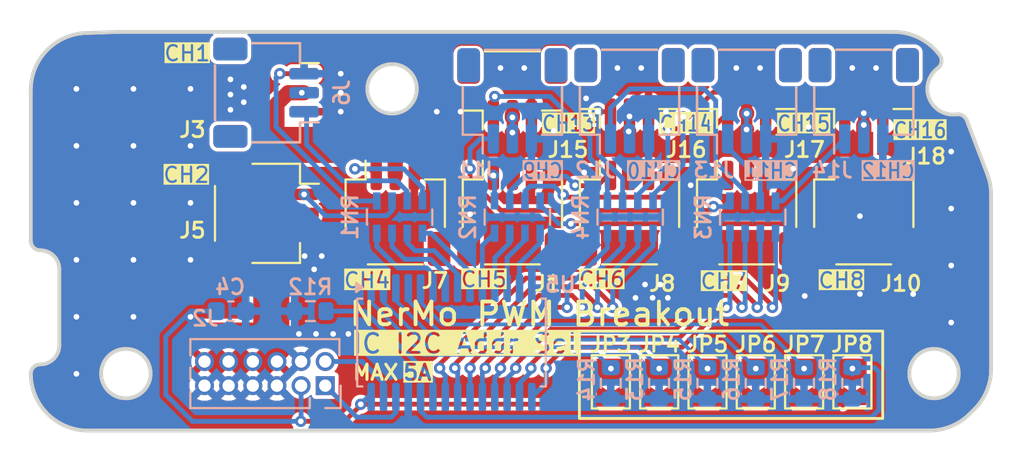
<source format=kicad_pcb>
(kicad_pcb (version 20241229) (generator "pcbnew") (generator_version "9.0")
  (layers (0 "F.Cu" signal) (2 "B.Cu" signal) (13 "F.Paste" user) (15 "B.Paste" user) (5 "F.SilkS" user "F.Silkscreen") (7 "B.SilkS" user "B.Silkscreen") (1 "F.Mask" user) (3 "B.Mask" user) (25 "Edge.Cuts" user))
  (net 0 "")
  (net 1 "GND")
  (net 2 "+3V3")
  (net 3 "+6V")
  (net 5 "Net-(J1-Pin_1)")
  (net 7 "Net-(J3-Pin_1)")
  (net 10 "Net-(J5-Pin_1)")
  (net 14 "Net-(J6-Pin_1)")
  (net 17 "Net-(J7-Pin_1)")
  (net 21 "Net-(J8-Pin_1)")
  (net 24 "Net-(J9-Pin_1)")
  (net 25 "Net-(J10-Pin_1)")
  (net 28 "Net-(J11-Pin_1)")
  (net 32 "Net-(J12-Pin_1)")
  (net 35 "Net-(J13-Pin_1)")
  (net 38 "Net-(J14-Pin_1)")
  (net 42 "Net-(J15-Pin_1)")
  (net 43 "Net-(J16-Pin_1)")
  (net 48 "Net-(J17-Pin_1)")
  (net 50 "Net-(J18-Pin_1)")
  (net 52 "/I2C Expander/A0")
  (net 53 "/I2C Expander/A1")
  (net 54 "/I2C Expander/A2")
  (net 55 "/I2C Expander/A3")
  (net 56 "/I2C Expander/A4")
  (net 57 "/I2C Expander/A5")
  (net 58 "Net-(U5-~{OE})")
  (net 59 "/I2C Expander/PWM2")
  (net 60 "/I2C Expander/PWM1")
  (net 61 "/I2C Expander/PWM3")
  (net 62 "/I2C Expander/PWM0")
  (net 63 "/I2C Expander/PWM5")
  (net 64 "/I2C Expander/PWM4")
  (net 65 "/I2C Expander/PWM6")
  (net 66 "/I2C Expander/PWM7")
  (net 67 "/I2C Expander/PWM9")
  (net 68 "/I2C Expander/PWM8")
  (net 69 "/I2C Expander/PWM11")
  (net 70 "/I2C Expander/PWM10")
  (net 71 "/I2C Expander/PWM14")
  (net 72 "/I2C Expander/PWM15")
  (net 73 "/I2C Expander/PWM12")
  (net 74 "/I2C Expander/PWM13")
  (net 75 "/SCL")
  (net 76 "/SDA")
  (footprint "Jumper:SolderJumper-2_P1.3mm_Open_TrianglePad1.0x1.5mm" (layer "F.Cu") (at 124.206 103.923 -90)
    (property "Reference" "JP8")
    (property "Value" "Addr5")
  )
  (footprint "Connector_JST:JST_SH_BM03B-SRSS-TB_1x03-1MP_P1.00mm_Vertical" (layer "F.Cu") (at 112.4855 88.449929)
    (property "Reference" "J16")
    (property "Value" "PWM 14")
  )
  (footprint "Connector_JST:JST_SH_BM03B-SRSS-TB_1x03-1MP_P1.00mm_Vertical" (layer "F.Cu") (at 124.8045 88.449929)
    (property "Reference" "J18")
    (property "Value" "PWM 16")
  )
  (footprint "Jumper:SolderJumper-2_P1.3mm_Open_TrianglePad1.0x1.5mm" (layer "F.Cu") (at 121.666 103.923 -90)
    (property "Reference" "JP7")
    (property "Value" "Addr4")
  )
  (footprint "Connector_JST:JST_SH_SM03B-SRSS-TB_1x03-1MP_P1.00mm_Horizontal" (layer "F.Cu") (at 93.372 88.703929 -90)
    (property "Reference" "J3")
    (property "Value" "PWM 1")
  )
  (footprint "Connector_JST:JST_SH_SM03B-SRSS-TB_1x03-1MP_P1.00mm_Horizontal" (layer "F.Cu") (at 124.8045 95.053929)
    (property "Reference" "J10")
    (property "Value" "PWM 8")
  )
  (footprint "Jumper:SolderJumper-2_P1.3mm_Open_TrianglePad1.0x1.5mm" (layer "F.Cu") (at 119.126 103.923 -90)
    (property "Reference" "JP6")
    (property "Value" "Addr3")
  )
  (footprint "Jumper:SolderJumper-2_P1.3mm_Open_TrianglePad1.0x1.5mm" (layer "F.Cu") (at 116.586 103.923 -90)
    (property "Reference" "JP5")
    (property "Value" "Addr2")
  )
  (footprint "Connector_JST:JST_SH_SM03B-SRSS-TB_1x03-1MP_P1.00mm_Horizontal" (layer "F.Cu") (at 118.645 95.053929)
    (property "Reference" "J9")
    (property "Value" "PWM 7")
  )
  (footprint "Jumper:SolderJumper-2_P1.3mm_Open_TrianglePad1.0x1.5mm" (layer "F.Cu") (at 111.506 103.923 -90)
    (property "Reference" "JP3")
    (property "Value" "Addr0")
  )
  (footprint "Connector_JST:JST_SH_SM03B-SRSS-TB_1x03-1MP_P1.00mm_Horizontal" (layer "F.Cu") (at 93.372 95.053929 -90)
    (property "Reference" "J5")
    (property "Value" "PWM 2")
  )
  (footprint "Connector_JST:JST_SH_SM03B-SRSS-TB_1x03-1MP_P1.00mm_Horizontal" (layer "F.Cu") (at 100.1665 95.053929)
    (property "Reference" "J7")
    (property "Value" "PWM 4")
  )
  (footprint "Jumper:SolderJumper-2_P1.3mm_Open_TrianglePad1.0x1.5mm" (layer "F.Cu") (at 114.046 103.923 -90)
    (property "Reference" "JP4")
    (property "Value" "Addr1")
  )
  (footprint "Connector_JST:JST_SH_SM03B-SRSS-TB_1x03-1MP_P1.00mm_Horizontal" (layer "F.Cu") (at 112.4855 95.053929)
    (property "Reference" "J8")
    (property "Value" "PWM 6")
  )
  (footprint "Connector_JST:JST_SH_BM03B-SRSS-TB_1x03-1MP_P1.00mm_Vertical" (layer "F.Cu") (at 106.326 88.531929)
    (property "Reference" "J15")
    (property "Value" "PWM 13")
  )
  (footprint "Connector_JST:JST_SH_SM03B-SRSS-TB_1x03-1MP_P1.00mm_Horizontal" (layer "F.Cu") (at 106.326 95.053929)
    (property "Reference" "J1")
    (property "Value" "PWM 5")
  )
  (footprint "Connector_JST:JST_SH_BM03B-SRSS-TB_1x03-1MP_P1.00mm_Vertical" (layer "F.Cu") (at 118.645 88.449929)
    (property "Reference" "J17")
    (property "Value" "PWM 15")
  )
  (footprint "Resistor_SMD:R_Array_Concave_4x0603" (layer "B.Cu") (at 106.586334 95.25 -90)
    (property "Reference" "RN2")
    (property "Value" "220")
  )
  (footprint "Connector_JST:JST_SH_SM03B-SRSS-TB_1x03-1MP_P1.00mm_Horizontal" (layer "B.Cu") (at 118.645 89.129929)
    (property "Reference" "J13")
    (property "Value" "PWM 11")
  )
  (footprint "Resistor_SMD:R_0603_1608Metric" (layer "B.Cu") (at 116.58 104 90)
    (property "Reference" "R15")
    (property "Value" "10k")
  )
  (footprint "Resistor_SMD:R_0603_1608Metric" (layer "B.Cu") (at 121.66 104 90)
    (property "Reference" "R17")
    (property "Value" "10k")
  )
  (footprint "Resistor_SMD:R_Array_Concave_4x0603" (layer "B.Cu") (at 112.522 95.25 -90)
    (property "Reference" "RN4")
    (property "Value" "220")
  )
  (footprint "Connector_JST:JST_SH_SM03B-SRSS-TB_1x03-1MP_P1.00mm_Horizontal" (layer "B.Cu") (at 93.372 88.703929 90)
    (property "Reference" "J6")
    (property "Value" "PWM 3")
  )
  (footprint "Resistor_SMD:R_Array_Concave_4x0603" (layer "B.Cu") (at 118.965667 95.25 -90)
    (property "Reference" "RN3")
    (property "Value" "220")
  )
  (footprint "Connector_JST:JST_SH_SM03B-SRSS-TB_1x03-1MP_P1.00mm_Horizontal" (layer "B.Cu") (at 112.4855 89.129929)
    (property "Reference" "J12")
    (property "Value" "PWM 10")
  )
  (footprint "Resistor_SMD:R_0603_1608Metric" (layer "B.Cu") (at 124.2 104 90)
    (property "Reference" "R18")
    (property "Value" "10k")
  )
  (footprint "Resistor_SMD:R_0603_1608Metric" (layer "B.Cu") (at 114.04 104 90)
    (property "Reference" "R13")
    (property "Value" "10k")
  )
  (footprint "Connector_PinHeader_1.27mm:PinHeader_2x06_P1.27mm_Vertical" (layer "B.Cu") (at 96.485035 104.122859 90)
    (property "Reference" "J2")
    (property "Value" "Conn_02x06_Odd_Even")
  )
  (footprint "Resistor_SMD:R_0603_1608Metric" (layer "B.Cu") (at 95.7 100.2 180)
    (property "Reference" "R12")
    (property "Value" "10k")
  )
  (footprint "Resistor_SMD:R_Array_Concave_4x0603" (layer "B.Cu") (at 100.396667 95.25 -90)
    (property "Reference" "RN1")
    (property "Value" "220")
  )
  (footprint "Connector_JST:JST_SH_SM03B-SRSS-TB_1x03-1MP_P1.00mm_Horizontal" (layer "B.Cu") (at 124.8045 89.129929)
    (property "Reference" "J14")
    (property "Value" "PWM 12")
  )
  (footprint "Package_SO:TSSOP-28_4.4x9.7mm_P0.65mm" (layer "B.Cu") (at 103.124 101.854 -90)
    (property "Reference" "U5")
    (property "Value" "PCA9685PW")
  )
  (footprint "Resistor_SMD:R_0603_1608Metric" (layer "B.Cu") (at 119.12 104 90)
    (property "Reference" "R16")
    (property "Value" "10k")
  )
  (footprint "Connector_JST:JST_SH_SM03B-SRSS-TB_1x03-1MP_P1.00mm_Horizontal" (layer "B.Cu") (at 106.326 89.129929)
    (property "Reference" "J11")
    (property "Value" "PWM 9")
  )
  (footprint "Resistor_SMD:R_0603_1608Metric" (layer "B.Cu") (at 111.5 104 90)
    (property "Reference" "R14")
    (property "Value" "10k")
  )
  (footprint "Capacitor_SMD:C_0603_1608Metric" (layer "B.Cu") (at 91.525 100.2 180)
    (property "Reference" "C4")
    (property "Value" "10uF")
  )
  (gr_rect (start 109.85 101.25) (end 125.8 105.85) (stroke (width 0.15)) (fill no) (layer "F.SilkS"))
  (gr_circle (center 128.5 103.487859) (end 129.8 103.487859) (stroke (width 0.2)) (fill no) (layer "Edge.Cuts"))
  (gr_arc (start 81.5 97) (mid 82.207066 97.292912) (end 82.499925 98.000075) (stroke (width 0.2)) (layer "Edge.Cuts"))
  (gr_line (start 126.38015 85.5) (end 85.609829 85.5) (stroke (width 0.2)) (layer "Edge.Cuts"))
  (gr_circle (center 86.000035 103.487859) (end 87.300035 103.487859) (stroke (width 0.2)) (fill no) (layer "Edge.Cuts"))
  (gr_line (start 84.00005 106.487859) (end 128.272646 106.487859) (stroke (width 0.2)) (layer "Edge.Cuts"))
  (gr_arc (start 126.38015 85.5) (mid 127.733623 85.82262) (end 128.795921 86.721022) (stroke (width 0.2)) (layer "Edge.Cuts"))
  (gr_line (start 131.303412 92.996098) (end 130.219544 90.150947) (stroke (width 0.2)) (layer "Edge.Cuts"))
  (gr_arc (start 129.685107 89.837249) (mid 128.250993 89.012509) (end 128.69242 87.418189) (stroke (width 0.2)) (layer "Edge.Cuts"))
  (gr_line (start 82.499925 98.000075) (end 82.5 98.000075) (stroke (width 0.2)) (layer "Edge.Cuts"))
  (gr_line (start 82.5 98.000075) (end 82.5 101.999875) (stroke (width 0.2)) (layer "Edge.Cuts"))
  (gr_line (start 85.609829 85.5) (end 83.794978 85.562235) (stroke (width 0.2)) (layer "Edge.Cuts"))
  (gr_arc (start 81.000035 103.502428) (mid 81.145608 103.147283) (end 81.500029 103) (stroke (width 0.2)) (layer "Edge.Cuts"))
  (gr_line (start 131.5 103.245175) (end 131.5 94.064275) (stroke (width 0.2)) (layer "Edge.Cuts"))
  (gr_arc (start 131.303412 92.996098) (mid 131.450447 93.521259) (end 131.499984 94.064275) (stroke (width 0.2)) (layer "Edge.Cuts"))
  (gr_arc (start 129.685107 89.837249) (mid 130.008429 89.902303) (end 130.219544 90.150947) (stroke (width 0.2)) (layer "Edge.Cuts"))
  (gr_line (start 131.499984 94.064275) (end 131.5 94.064275) (stroke (width 0.2)) (layer "Edge.Cuts"))
  (gr_arc (start 130.378617 105.609242) (mid 129.40541 106.259504) (end 128.272646 106.487859) (stroke (width 0.2)) (layer "Edge.Cuts"))
  (gr_arc (start 81.5 97) (mid 81.146405 96.853573) (end 81 96.508676) (stroke (width 0.2)) (layer "Edge.Cuts"))
  (gr_arc (start 128.795921 86.721022) (mid 128.887873 87.090926) (end 128.69242 87.418189) (stroke (width 0.2)) (layer "Edge.Cuts"))
  (gr_arc (start 82.5 101.999875) (mid 82.207105 102.707063) (end 81.500029 103) (stroke (width 0.2)) (layer "Edge.Cuts"))
  (gr_line (start 81 88.555175) (end 81 96.508676) (stroke (width 0.2)) (layer "Edge.Cuts"))
  (gr_arc (start 84.00005 106.487859) (mid 81.883875 105.614305) (end 81.000035 103.502428) (stroke (width 0.2)) (layer "Edge.Cuts"))
  (gr_line (start 130.378617 105.609242) (end 130.627267 105.360592) (stroke (width 0.2)) (layer "Edge.Cuts"))
  (gr_arc (start 131.5 103.245175) (mid 131.271627 104.393263) (end 130.627267 105.360592) (stroke (width 0.2)) (layer "Edge.Cuts"))
  (gr_circle (center 100 88.5) (end 101.3 88.5) (stroke (width 0.2)) (fill no) (layer "Edge.Cuts"))
  (gr_arc (start 81 88.555175) (mid 81.807217 86.50783) (end 83.794978 85.562235) (stroke (width 0.2)) (layer "Edge.Cuts"))
  (gr_text "5A" (at 100.5 103.9 0) (layer "F.SilkS" knockout) (effects (font (size 0.8 0.8) (thickness 0.16) (bold yes)) (justify left bottom)))
  (gr_text "MAX" (at 97.85 103.9 0) (layer "F.SilkS") (effects (font (size 0.8 0.8) (thickness 0.16) (bold yes)) (justify left bottom)))
  (gr_text "CH6\n" (at 109.75 99 0) (layer "F.SilkS" knockout) (effects (font (size 0.8 0.8) (thickness 0.12)) (justify left bottom)))
  (gr_text "CH7" (at 116.15 99.1 0) (layer "F.SilkS" knockout) (effects (font (size 0.8 0.8) (thickness 0.12)) (justify left bottom)))
  (gr_text "CH8" (at 122.35 99.05 0) (layer "F.SilkS" knockout) (effects (font (size 0.8 0.8) (thickness 0.12)) (justify left bottom)))
  (gr_text "CH16" (at 126.3 91.15 0) (layer "F.SilkS" knockout) (effects (font (size 0.8 0.7) (thickness 0.12)) (justify left bottom)))
  (gr_text "CH15" (at 120.183334 90.8 0) (layer "F.SilkS" knockout) (effects (font (size 0.8 0.7) (thickness 0.12)) (justify left bottom)))
  (gr_text "IC I2C Addr Sel" (at 97.85 102.5 0) (layer "F.SilkS" knockout) (effects (font (size 1 1) (thickness 0.15) (bold yes)) (justify left bottom)))
  (gr_text "CH2" (at 87.9 93.5 0) (layer "F.SilkS" knockout) (effects (font (size 0.8 0.8) (thickness 0.12)) (justify left bottom)))
  (gr_text "CH13" (at 107.816667 90.8 0) (layer "F.SilkS" knockout) (effects (font (size 0.8 0.7) (thickness 0.12)) (justify left bottom)))
  (gr_text "CH1" (at 87.95 87.1 0) (layer "F.SilkS" knockout) (effects (font (size 0.8 0.8) (thickness 0.12)) (justify left bottom)))
  (gr_text "CH14" (at 114 90.8 0) (layer "F.SilkS" knockout) (effects (font (size 0.8 0.7) (thickness 0.12)) (justify left bottom)))
  (gr_text "CH5" (at 103.55 99 0) (layer "F.SilkS" knockout) (effects (font (size 0.8 0.8) (thickness 0.12)) (justify left bottom)))
  (gr_text "NerMo PWM Breakout" (at 97.65 101.05 0) (layer "F.SilkS") (effects (font (size 1.2 1.25) (thickness 0.2) (bold yes)) (justify left bottom)))
  (gr_text "CH4" (at 97.4 99.05 0) (layer "F.SilkS" knockout) (effects (font (size 0.8 0.8) (thickness 0.12)) (justify left bottom)))
  (gr_text "CH11" (at 121.383333 93.3 0) (layer "B.SilkS" knockout) (effects (font (size 0.8 0.7) (thickness 0.12)) (justify left bottom mirror)))
  (gr_text "CH10" (at 115.216667 93.3 0) (layer "B.SilkS" knockout) (effects (font (size 0.8 0.7) (thickness 0.12)) (justify left bottom mirror)))
  (gr_text "CH12" (at 127.55 93.3 0) (layer "B.SilkS" knockout) (effects (font (size 0.8 0.7) (thickness 0.12)) (justify left bottom mirror)))
  (gr_text "CH9" (at 109.05 93.3 0) (layer "B.SilkS" knockout) (effects (font (size 0.8 0.7) (thickness 0.12)) (justify left bottom mirror)))
  (via (at 114.1 98.8) (size 0.6) (drill 0.3) (layers "F.Cu" "B.Cu") (net 1))
  (via (at 91.5 88.8) (size 0.6) (drill 0.3) (layers "F.Cu" "B.Cu") (net 1))
  (via (at 86.4 91.5) (size 0.6) (drill 0.3) (layers "F.Cu" "B.Cu") (net 1))
  (via (at 115.7 93.573) (size 0.6) (drill 0.3) (layers "F.Cu" "B.Cu") (net 1))
  (via (at 83.4 100.5) (size 0.6) (drill 0.3) (layers "F.Cu" "B.Cu") (net 1))
  (via (at 92.2 88.4) (size 0.6) (drill 0.3) (layers "F.Cu" "B.Cu") (net 1))
  (via (at 89.4 100.5) (size 0.6) (drill 0.3) (layers "F.Cu" "B.Cu") (net 1))
  (via (at 129.4 91.8) (size 0.6) (drill 0.3) (layers "F.Cu" "B.Cu") (net 1))
  (via (at 114.5 99.5) (size 0.6) (drill 0.3) (layers "F.Cu" "B.Cu") (net 1))
  (via (at 92.2 89.2) (size 0.6) (drill 0.3) (layers "F.Cu" "B.Cu") (net 1))
  (via (at 86.4 88.5) (size 0.6) (drill 0.3) (layers "F.Cu" "B.Cu") (net 1))
  (via (at 89.4 91.5) (size 0.6) (drill 0.3) (layers "F.Cu" "B.Cu") (net 1))
  (via (at 124.6 99.3) (size 0.6) (drill 0.3) (layers "F.Cu" "B.Cu") (net 1))
  (via (at 83.4 94.5) (size 0.6) (drill 0.3) (layers "F.Cu" "B.Cu") (net 1))
  (via (at 121.1 92.7) (size 0.6) (drill 0.3) (layers "F.Cu" "B.Cu") (net 1))
  (via (at 114.4 89.7) (size 0.6) (drill 0.3) (layers "F.Cu" "B.Cu") (net 1))
  (via (at 104.1 95.1) (size 0.6) (drill 0.3) (layers "F.Cu" "B.Cu") (net 1))
  (via (at 91.5 89.6) (size 0.6) (drill 0.3) (layers "F.Cu" "B.Cu") (net 1))
  (via (at 102.35 89.7) (size 0.6) (drill 0.3) (layers "F.Cu" "B.Cu") (net 1))
  (via (at 110.1 92.9) (size 0.6) (drill 0.3) (layers "F.Cu" "B.Cu") (net 1))
  (via (at 86.4 94.5) (size 0.6) (drill 0.3) (layers "F.Cu" "B.Cu") (net 1))
  (via (at 105.7 87.4) (size 0.6) (drill 0.3) (layers "F.Cu" "B.Cu") (net 1))
  (via (at 110.2 89) (size 0.6) (drill 0.3) (layers "F.Cu" "B.Cu") (net 1))
  (via (at 95.4 97.3) (size 0.6) (drill 0.3) (layers "F.Cu" "B.Cu") (net 1))
  (via (at 129.4 94.8) (size 0.6) (drill 0.3) (layers "F.Cu" "B.Cu") (net 1))
  (via (at 124.2 87.4) (size 0.6) (drill 0.3) (layers "F.Cu" "B.Cu") (net 1))
  (via (at 106.95 87.4) (size 0.6) (drill 0.3) (layers "F.Cu" "B.Cu") (net 1))
  (via (at 121.9 90.5) (size 0.6) (drill 0.3) (layers "F.Cu" "B.Cu") (net 1))
  (via (at 96.3 97.3) (size 0.6) (drill 0.3) (layers "F.Cu" "B.Cu") (net 1))
  (via (at 113.1 87.4) (size 0.6) (drill 0.3) (layers "F.Cu" "B.Cu") (net 1))
  (via (at 83.4 91.5) (size 0.6) (drill 0.3) (layers "F.Cu" "B.Cu") (net 1))
  (via (at 111.85 87.4) (size 0.6) (drill 0.3) (layers "F.Cu" "B.Cu") (net 1))
  (via (at 95.9 98) (size 0.6) (drill 0.3) (layers "F.Cu" "B.Cu") (net 1))
  (via (at 97.3 87.7) (size 0.6) (drill 0.3) (layers "F.Cu" "B.Cu") (net 1))
  (via (at 95.1 101.4) (size 0.6) (drill 0.3) (layers "F.Cu" "B.Cu") (net 1))
  (via (at 96.9 101.4) (size 0.6) (drill 0.3) (layers "F.Cu" "B.Cu") (net 1))
  (via (at 97.3 89.7) (size 0.6) (drill 0.3) (layers "F.Cu" "B.Cu") (net 1))
  (via (at 129.4 97.8) (size 0.6) (drill 0.3) (layers "F.Cu" "B.Cu") (net 1))
  (via (at 91.5 88) (size 0.6) (drill 0.3) (layers "F.Cu" "B.Cu") (net 1))
  (via (at 125.45 87.4) (size 0.6) (drill 0.3) (layers "F.Cu" "B.Cu") (net 1))
  (via (at 113.3 98.8) (size 0.6) (drill 0.3) (layers "F.Cu" "B.Cu") (net 1))
  (via (at 119.35 87.4) (size 0.6) (drill 0.3) (layers "F.Cu" "B.Cu") (net 1))
  (via (at 89.4 94.5) (size 0.6) (drill 0.3) (layers "F.Cu" "B.Cu") (net 1))
  (via (at 129.4 100.8) (size 0.6) (drill 0.3) (layers "F.Cu" "B.Cu") (net 1))
  (via (at 83.4 103.5) (size 0.6) (drill 0.3) (layers "F.Cu" "B.Cu") (net 1))
  (via (at 97.3 88.7) (size 0.6) (drill 0.3) (layers "F.Cu" "B.Cu") (net 1))
  (via (at 86.4 100.5) (size 0.6) (drill 0.3) (layers "F.Cu" "B.Cu") (net 1))
  (via (at 83.4 88.5) (size 0.6) (drill 0.3) (layers "F.Cu" "B.Cu") (net 1))
  (via (at 121.7 99.4) (size 0.6) (drill 0.3) (layers "F.Cu" "B.Cu") (net 1))
  (via (at 96 101.4) (size 0.6) (drill 0.3) (layers "F.Cu" "B.Cu") (net 1))
  (via (at 97.7 101.4) (size 0.6) (drill 0.3) (layers "F.Cu" "B.Cu") (net 1))
  (via (at 113.7 99.5) (size 0.6) (drill 0.3) (layers "F.Cu" "B.Cu") (net 1))
  (via (at 127.4 99.3) (size 0.6) (drill 0.3) (layers "F.Cu" "B.Cu") (net 1))
  (via (at 118.1 87.4) (size 0.6) (drill 0.3) (layers "F.Cu" "B.Cu") (net 1))
  (via (at 112.8 99.5) (size 0.6) (drill 0.3) (layers "F.Cu" "B.Cu") (net 1))
  (via (at 89.4 97.5) (size 0.6) (drill 0.3) (layers "F.Cu" "B.Cu") (net 1))
  (via (at 108.5 90.7) (size 0.6) (drill 0.3) (layers "F.Cu" "B.Cu") (net 1))
  (via (at 124.6 95.2) (size 0.6) (drill 0.3) (layers "F.Cu" "B.Cu") (net 1))
  (via (at 89.4 88.5) (size 0.6) (drill 0.3) (layers "F.Cu" "B.Cu") (net 1))
  (via (at 86.4 97.5) (size 0.6) (drill 0.3) (layers "F.Cu" "B.Cu") (net 1))
  (via (at 83.4 97.5) (size 0.6) (drill 0.3) (layers "F.Cu" "B.Cu") (net 1))
  (via (at 103.6 89.7) (size 0.6) (drill 0.3) (layers "F.Cu" "B.Cu") (net 1))
  (segment (start 96.706176 106) (end 95.2 106) (width 0.254) (layer "F.Cu") (net 2))
  (segment (start 98.355 105.1) (end 123.754 105.1) (width 0.254) (layer "F.Cu") (net 2))
  (segment (start 98.351944 105.103056) (end 98.3665 105.0885) (width 0.254) (layer "F.Cu") (net 2))
  (segment (start 98.351944 105.103056) (end 98.355 105.1) (width 0.254) (layer "F.Cu") (net 2))
  (segment (start 96.38507 106) (end 96.9 106) (width 0.254) (layer "F.Cu") (net 2))
  (segment (start 98.351944 105.148056) (end 97.5 106) (width 0.254) (layer "F.Cu") (net 2))
  (segment (start 123.698 105.156) (end 124.206 104.648) (width 0.254) (layer "F.Cu") (net 2))
  (segment (start 96.9 106) (end 96.706176 106) (width 0.254) (layer "F.Cu") (net 2))
  (segment (start 98.351944 105.103056) (end 98.351944 105.148056) (width 0.254) (layer "F.Cu") (net 2))
  (segment (start 97.5 106) (end 96.9 106) (width 0.254) (layer "F.Cu") (net 2))
  (segment (start 123.754 105.1) (end 124.206 104.648) (width 0.254) (layer "F.Cu") (net 2))
  (via (at 98.351944 105.103056) (size 0.6) (drill 0.3) (layers "F.Cu" "B.Cu") (net 2))
  (via (at 95.2 106) (size 0.6) (drill 0.3) (layers "F.Cu" "B.Cu") (net 2))
  (segment (start 98.899 104.7165) (end 98.7385 104.7165) (width 0.254) (layer "B.Cu") (net 2))
  (segment (start 98.7385 104.7165) (end 98.351944 105.103056) (width 0.254) (layer "B.Cu") (net 2))
  (segment (start 95.2 106) (end 89.5 106) (width 0.254) (layer "B.Cu") (net 2))
  (segment (start 95.215035 104.122859) (end 95.215035 105.984965) (width 0.254) (layer "B.Cu") (net 2))
  (segment (start 95.215035 105.984965) (end 95.2 106) (width 0.254) (layer "B.Cu") (net 2))
  (segment (start 88.1 101.525) (end 89.425 100.2) (width 0.254) (layer "B.Cu") (net 2))
  (segment (start 89.5 106) (end 88.1 104.6) (width 0.254) (layer "B.Cu") (net 2))
  (segment (start 88.1 104.6) (end 88.1 101.525) (width 0.254) (layer "B.Cu") (net 2))
  (segment (start 89.425 100.2) (end 90.75 100.2) (width 0.254) (layer "B.Cu") (net 2))
  (segment (start 106.326 91.54) (end 106.326 90.8) (width 0.8) (layer "F.Cu") (net 3))
  (segment (start 105.791232 91.677929) (end 111.506 91.677929) (width 0.8) (layer "F.Cu") (net 3))
  (segment (start 100.701268 91.677929) (end 105.791232 91.677929) (width 0.8) (layer "F.Cu") (net 3))
  (segment (start 117.602 91.677929) (end 118.639964 90.639964) (width 0.8) (layer "F.Cu") (net 3))
  (segment (start 93.945035 89.289662) (end 94.530768 88.703929) (width 0.8) (layer "F.Cu") (net 3))
  (segment (start 118.110232 91.677929) (end 118.645 92.212697) (width 0.8) (layer "F.Cu") (net 3))
  (segment (start 94.530768 95.053929) (end 95.372 95.053929) (width 0.8) (layer "F.Cu") (net 3))
  (segment (start 124.8045 91.143161) (end 124.8045 90.4) (width 0.8) (layer "F.Cu") (net 3))
  (segment (start 106.326 90) (end 106.326 89.856929) (width 0.8) (layer "F.Cu") (net 3))
  (segment (start 94.723106 91.677929) (end 99.631732 91.677929) (width 0.8) (layer "F.Cu") (net 3))
  (segment (start 118.645 92.212697) (end 118.645 93.053929) (width 0.8) (layer "F.Cu") (net 3))
  (segment (start 93.945035 92.456) (end 93.945035 89.289662) (width 0.8) (layer "F.Cu") (net 3))
  (segment (start 100.1665 92.212697) (end 100.1665 93.053929) (width 0.8) (layer "F.Cu") (net 3))
  (segment (start 124.8045 92.212697) (end 124.8045 93.053929) (width 0.8) (layer "F.Cu") (net 3))
  (segment (start 117.602 91.677929) (end 118.110232 91.677929) (width 0.8) (layer "F.Cu") (net 3))
  (segment (start 93.945035 102.852859) (end 93.945035 95.639662) (width 0.8) (layer "F.Cu") (net 3))
  (segment (start 118.110232 91.677929) (end 124.269732 91.677929) (width 0.8) (layer "F.Cu") (net 3))
  (segment (start 111.950732 91.677929) (end 117.602 91.677929) (width 0.8) (layer "F.Cu") (net 3))
  (segment (start 93.945035 95.639662) (end 94.530768 95.053929) (width 0.8) (layer "F.Cu") (net 3))
  (segment (start 93.945035 95.639662) (end 93.945035 92.456) (width 0.8) (layer "F.Cu") (net 3))
  (segment (start 90.135035 102.852859) (end 93.945035 102.852859) (width 0.8) (layer "F.Cu") (net 3))
  (segment (start 111.506 91.677929) (end 111.950732 91.677929) (width 0.8) (layer "F.Cu") (net 3))
  (segment (start 95.25 88.703929) (end 95.372 88.703929) (width 0.8) (layer "F.Cu") (net 3))
  (segment (start 106.326 92.212697) (end 106.326 93.053929) (width 0.8) (layer "F.Cu") (net 3))
  (segment (start 111.506 91.677929) (end 112.441964 90.741964) (width 0.8) (layer "F.Cu") (net 3))
  (segment (start 124.269732 91.677929) (end 124.8045 91.143161) (width 0.8) (layer "F.Cu") (net 3))
  (segment (start 94.530768 88.703929) (end 95.25 88.703929) (width 0.8) (layer "F.Cu") (net 3))
  (segment (start 111.950732 91.677929) (end 112.4855 92.212697) (width 0.8) (layer "F.Cu") (net 3))
  (segment (start 112.4855 92.212697) (end 112.4855 93.053929) (width 0.8) (layer "F.Cu") (net 3))
  (segment (start 118.645 89.8) (end 118.645 89.774929) (width 0.8) (layer "F.Cu") (net 3))
  (segment (start 105.989651 91.876349) (end 106.326 92.212697) (width 0.8) (layer "F.Cu") (net 3))
  (segment (start 105.989651 91.876349) (end 106.326 91.54) (width 0.8) (layer "F.Cu") (net 3))
  (segment (start 93.945035 92.456) (end 94.723106 91.677929) (width 0.8) (layer "F.Cu") (net 3))
  (segment (start 124.269732 91.677929) (end 124.8045 92.212697) (width 0.8) (layer "F.Cu") (net 3))
  (segment (start 100.1665 92.212697) (end 100.701268 91.677929) (width 0.8) (layer "F.Cu") (net 3))
  (segment (start 99.631732 91.677929) (end 100.1665 92.212697) (width 0.8) (layer "F.Cu") (net 3))
  (segment (start 105.791232 91.677929) (end 105.989651 91.876349) (width 0.8) (layer "F.Cu") (net 3))
  (segment (start 112.4855 89.95) (end 112.4855 89.774929) (width 0.8) (layer "F.Cu") (net 3))
  (via (at 95.25 88.703929) (size 0.6) (drill 0.3) (layers "F.Cu" "B.Cu") (net 3))
  (via (at 106.326 90) (size 0.6) (drill 0.3) (layers "F.Cu" "B.Cu") (net 3))
  (via (at 106.326 90.8) (size 0.6) (drill 0.3) (layers "F.Cu" "B.Cu") (net 3))
  (via (at 112.4855 89.95) (size 0.6) (drill 0.3) (layers "F.Cu" "B.Cu") (net 3))
  (via (at 124.8045 90.4) (size 0.6) (drill 0.3) (layers "F.Cu" "B.Cu") (net 3))
  (via (at 124.8045 89.774929) (size 0.6) (drill 0.3) (layers "F.Cu" "B.Cu") (net 3))
  (via (at 118.645 89.8) (size 0.6) (drill 0.3) (layers "F.Cu" "B.Cu") (net 3))
  (via (at 118.639964 90.639964) (size 0.6) (drill 0.3) (layers "F.Cu" "B.Cu") (net 3))
  (via (at 112.441964 90.741964) (size 0.6) (drill 0.3) (layers "F.Cu" "B.Cu") (net 3))
  (segment (start 118.639964 90.639964) (end 118.639964 89.805036) (width 0.254) (layer "B.Cu") (net 3))
  (segment (start 112.441964 89.993536) (end 112.4855 89.95) (width 0.254) (layer "B.Cu") (net 3))
  (segment (start 124.8045 90.4) (end 124.8045 89.774929) (width 0.254) (layer "B.Cu") (net 3))
  (segment (start 106.326 90) (end 106.326 90.8) (width 0.254) (layer "B.Cu") (net 3))
  (segment (start 118.639964 89.805036) (end 118.645 89.8) (width 0.254) (layer "B.Cu") (net 3))
  (segment (start 112.441964 90.741964) (end 112.441964 89.993536) (width 0.254) (layer "B.Cu") (net 3))
  (via (at 105.326 93.053929) (size 0.6) (drill 0.3) (layers "F.Cu" "B.Cu") (net 5))
  (segment (start 105.386334 93.114263) (end 105.326 93.053929) (width 0.254) (layer "B.Cu") (net 5))
  (segment (start 105.386334 94.4) (end 105.386334 93.114263) (width 0.254) (layer "B.Cu") (net 5))
  (segment (start 94.097 87.69768) (end 94.09932 87.7) (width 0.254) (layer "F.Cu") (net 7))
  (segment (start 94.09932 87.7) (end 95.368071 87.7) (width 0.254) (layer "F.Cu") (net 7))
  (segment (start 95.368071 87.7) (end 95.372 87.703929) (width 0.254) (layer "F.Cu") (net 7))
  (via (at 94.097 87.69768) (size 0.6) (drill 0.3) (layers "F.Cu" "B.Cu") (net 7))
  (segment (start 97.8 94.4) (end 99.196667 94.4) (width 0.254) (layer "B.Cu") (net 7))
  (segment (start 93.9 90.5) (end 97.8 94.4) (width 0.254) (layer "B.Cu") (net 7))
  (segment (start 94.097 87.69768) (end 93.9 87.89468) (width 0.254) (layer "B.Cu") (net 7))
  (segment (start 93.9 87.89468) (end 93.9 90.5) (width 0.254) (layer "B.Cu") (net 7))
  (via (at 95.372 94.053929) (size 0.6) (drill 0.3) (layers "F.Cu" "B.Cu") (net 10))
  (segment (start 99.996667 94.4) (end 99.996667 94.906) (width 0.254) (layer "B.Cu") (net 10))
  (segment (start 96.496071 95.178) (end 95.372 94.053929) (width 0.254) (layer "B.Cu") (net 10))
  (segment (start 99.996667 94.906) (end 99.724667 95.178) (width 0.254) (layer "B.Cu") (net 10))
  (segment (start 99.724667 95.178) (end 96.496071 95.178) (width 0.254) (layer "B.Cu") (net 10))
  (segment (start 100.796667 94.4) (end 100.796667 93.894) (width 0.254) (layer "B.Cu") (net 14))
  (segment (start 95.504 91.44) (end 95.504 89.835929) (width 0.254) (layer "B.Cu") (net 14))
  (segment (start 100.240667 93.338) (end 97.402 93.338) (width 0.254) (layer "B.Cu") (net 14))
  (segment (start 100.796667 93.894) (end 100.240667 93.338) (width 0.254) (layer "B.Cu") (net 14))
  (segment (start 95.504 89.835929) (end 95.372 89.703929) (width 0.254) (layer "B.Cu") (net 14))
  (segment (start 97.402 93.338) (end 95.504 91.44) (width 0.254) (layer "B.Cu") (net 14))
  (segment (start 98.044 92.71) (end 98.822571 92.71) (width 0.254) (layer "F.Cu") (net 17))
  (segment (start 98.822571 92.71) (end 99.1665 93.053929) (width 0.254) (layer "F.Cu") (net 17))
  (via (at 98.044 92.71) (size 0.6) (drill 0.3) (layers "F.Cu" "B.Cu") (net 17))
  (segment (start 101.596667 93.696) (end 101.596667 94.4) (width 0.254) (layer "B.Cu") (net 17))
  (segment (start 98.044 92.71) (end 100.610667 92.71) (width 0.254) (layer "B.Cu") (net 17))
  (segment (start 100.610667 92.71) (end 101.596667 93.696) (width 0.254) (layer "B.Cu") (net 17))
  (segment (start 109.65 93.6) (end 110.8 93.6) (width 0.254) (layer "F.Cu") (net 21))
  (segment (start 109.623 93.573) (end 109.65 93.6) (width 0.254) (layer "F.Cu") (net 21))
  (segment (start 111.346071 93.053929) (end 111.4855 93.053929) (width 0.254) (layer "F.Cu") (net 21))
  (segment (start 110.8 93.6) (end 111.346071 93.053929) (width 0.254) (layer "F.Cu") (net 21))
  (via (at 109.623 93.573) (size 0.6) (drill 0.3) (layers "F.Cu" "B.Cu") (net 21))
  (segment (start 106.186334 93.894) (end 106.186334 94.4) (width 0.254) (layer "B.Cu") (net 21))
  (segment (start 109.15 93.1) (end 106.980334 93.1) (width 0.254) (layer "B.Cu") (net 21))
  (segment (start 106.980334 93.1) (end 106.186334 93.894) (width 0.254) (layer "B.Cu") (net 21))
  (segment (start 109.623 93.573) (end 109.15 93.1) (width 0.254) (layer "B.Cu") (net 21))
  (segment (start 108.998501 94.073) (end 109.125501 94.2) (width 0.254) (layer "F.Cu") (net 24))
  (segment (start 116.498929 94.2) (end 117.645 93.053929) (width 0.254) (layer "F.Cu") (net 24))
  (segment (start 109.125501 94.2) (end 116.498929 94.2) (width 0.254) (layer "F.Cu") (net 24))
  (via (at 108.998501 94.073) (size 0.6) (drill 0.3) (layers "F.Cu" "B.Cu") (net 24))
  (segment (start 107.258334 93.622) (end 106.986334 93.894) (width 0.254) (layer "B.Cu") (net 24))
  (segment (start 108.998501 94.073) (end 108.973 94.073) (width 0.254) (layer "B.Cu") (net 24))
  (segment (start 108.522 93.622) (end 107.258334 93.622) (width 0.254) (layer "B.Cu") (net 24))
  (segment (start 108.973 94.073) (end 108.522 93.622) (width 0.254) (layer "B.Cu") (net 24))
  (segment (start 106.986334 93.894) (end 106.986334 94.4) (width 0.254) (layer "B.Cu") (net 24))
  (segment (start 109.4 95.6) (end 121.258429 95.6) (width 0.254) (layer "F.Cu") (net 25))
  (segment (start 121.258429 95.6) (end 123.8045 93.053929) (width 0.254) (layer "F.Cu") (net 25))
  (via (at 109.4 95.6) (size 0.6) (drill 0.3) (layers "F.Cu" "B.Cu") (net 25))
  (segment (start 109.4 95.6) (end 108.770167 95.6) (width 0.254) (layer "B.Cu") (net 25))
  (segment (start 108.770167 95.6) (end 107.786334 94.616167) (width 0.254) (layer "B.Cu") (net 25))
  (segment (start 107.786334 94.616167) (end 107.786334 94.4) (width 0.254) (layer "B.Cu") (net 25))
  (segment (start 116.7 94.9) (end 105.716921 94.9) (width 0.254) (layer "F.Cu") (net 28))
  (segment (start 104.1 93.283079) (end 104.1 92.7) (width 0.254) (layer "F.Cu") (net 28))
  (segment (start 105.716921 94.9) (end 104.1 93.283079) (width 0.254) (layer "F.Cu") (net 28))
  (segment (start 116.9 94.7) (end 116.7 94.9) (width 0.254) (layer "F.Cu") (net 28))
  (via (at 104.1 92.7) (size 0.6) (drill 0.3) (layers "F.Cu" "B.Cu") (net 28))
  (via (at 116.9 94.7) (size 0.6) (drill 0.3) (layers "F.Cu" "B.Cu") (net 28))
  (segment (start 117.465667 94.7) (end 117.765667 94.4) (width 0.254) (layer "B.Cu") (net 28))
  (segment (start 116.9 94.7) (end 117.465667 94.7) (width 0.254) (layer "B.Cu") (net 28))
  (segment (start 104.1 91.659858) (end 104.629929 91.129929) (width 0.254) (layer "B.Cu") (net 28))
  (segment (start 104.1 92.7) (end 104.1 91.659858) (width 0.254) (layer "B.Cu") (net 28))
  (segment (start 104.629929 91.129929) (end 105.326 91.129929) (width 0.254) (layer "B.Cu") (net 28))
  (segment (start 118.565667 93.894) (end 118.565667 94.4) (width 0.254) (layer "B.Cu") (net 32))
  (segment (start 117.017 89.117) (end 117.017 92.345333) (width 0.254) (layer "B.Cu") (net 32))
  (segment (start 111.4855 91.129929) (end 111.4855 89.5145) (width 0.254) (layer "B.Cu") (net 32))
  (segment (start 112.5 88.5) (end 116.4 88.5) (width 0.254) (layer "B.Cu") (net 32))
  (segment (start 111.4855 89.5145) (end 112.5 88.5) (width 0.254) (layer "B.Cu") (net 32))
  (segment (start 116.4 88.5) (end 117.017 89.117) (width 0.254) (layer "B.Cu") (net 32))
  (segment (start 117.017 92.345333) (end 118.565667 93.894) (width 0.254) (layer "B.Cu") (net 32))
  (segment (start 119.365667 94.4) (end 119.365667 93.305746) (width 0.254) (layer "B.Cu") (net 35))
  (segment (start 117.645 91.585079) (end 117.645 91.129929) (width 0.254) (layer "B.Cu") (net 35))
  (segment (start 119.365667 93.305746) (end 117.645 91.585079) (width 0.254) (layer "B.Cu") (net 35))
  (segment (start 120.534429 94.4) (end 123.8045 91.129929) (width 0.254) (layer "B.Cu") (net 38))
  (segment (start 120.165667 94.4) (end 120.534429 94.4) (width 0.254) (layer "B.Cu") (net 38))
  (segment (start 105.4 88.9) (end 105.4 89.782929) (width 0.254) (layer "F.Cu") (net 42))
  (segment (start 105.4 89.782929) (end 105.326 89.856929) (width 0.254) (layer "F.Cu") (net 42))
  (via (at 105.4 88.9) (size 0.6) (drill 0.3) (layers "F.Cu" "B.Cu") (net 42))
  (segment (start 110.4025 92.145547) (end 111.322 93.065047) (width 0.254) (layer "B.Cu") (net 42))
  (segment (start 110.4025 91.0025) (end 110.4025 92.145547) (width 0.254) (layer "B.Cu") (net 42))
  (segment (start 108.3 88.9) (end 110.4025 91.0025) (width 0.254) (layer "B.Cu") (net 42))
  (segment (start 111.322 93.065047) (end 111.322 94.4) (width 0.254) (layer "B.Cu") (net 42))
  (segment (start 105.4 88.9) (end 108.3 88.9) (width 0.254) (layer "B.Cu") (net 42))
  (segment (start 111.410571 89.7) (end 111.4855 89.774929) (width 0.254) (layer "F.Cu") (net 43))
  (segment (start 110.8 89.7) (end 111.410571 89.7) (width 0.254) (layer "F.Cu") (net 43))
  (via (at 110.8 89.7) (size 0.6) (drill 0.3) (layers "F.Cu" "B.Cu") (net 43))
  (segment (start 110.8 89.7) (end 110.8575 89.7575) (width 0.254) (layer "B.Cu") (net 43))
  (segment (start 112.122 93.221579) (end 112.122 94.4) (width 0.254) (layer "B.Cu") (net 43))
  (segment (start 110.8575 89.7575) (end 110.8575 91.957079) (width 0.254) (layer "B.Cu") (net 43))
  (segment (start 110.8575 91.957079) (end 112.122 93.221579) (width 0.254) (layer "B.Cu") (net 43))
  (segment (start 116.819929 90.6) (end 117.645 89.774929) (width 0.254) (layer "F.Cu") (net 48))
  (segment (start 114.6 90.6) (end 116.819929 90.6) (width 0.254) (layer "F.Cu") (net 48))
  (segment (start 114.5 90.7) (end 114.6 90.6) (width 0.254) (layer "F.Cu") (net 48))
  (via (at 114.5 90.7) (size 0.6) (drill 0.3) (layers "F.Cu" "B.Cu") (net 48))
  (segment (start 112.922 94.078) (end 112.922 94.4) (width 0.254) (layer "B.Cu") (net 48))
  (segment (start 114.5 90.7) (end 114.5 92.5) (width 0.254) (layer "B.Cu") (net 48))
  (segment (start 114.5 92.5) (end 112.922 94.078) (width 0.254) (layer "B.Cu") (net 48))
  (segment (start 115.307724 89.973) (end 115.6 89.973) (width 0.254) (layer "F.Cu") (net 50))
  (segment (start 116.901071 88.671929) (end 122.7015 88.671929) (width 0.254) (layer "F.Cu") (net 50))
  (segment (start 122.7015 88.671929) (end 123.8045 89.774929) (width 0.254) (layer "F.Cu") (net 50))
  (segment (start 115.6 89.973) (end 116.901071 88.671929) (width 0.254) (layer "F.Cu") (net 50))
  (via (at 115.307724 89.973) (size 0.6) (drill 0.3) (layers "F.Cu" "B.Cu") (net 50))
  (segment (start 115.3 89.980724) (end 115.3 92.5) (width 0.254) (layer "B.Cu") (net 50))
  (segment (start 113.722 94.078) (end 113.722 94.4) (width 0.254) (layer "B.Cu") (net 50))
  (segment (start 115.307724 89.973) (end 115.3 89.980724) (width 0.254) (layer "B.Cu") (net 50))
  (segment (start 115.3 92.5) (end 113.722 94.078) (width 0.254) (layer "B.Cu") (net 50))
  (via (at 111.506 103.224) (size 0.6) (drill 0.3) (layers "F.Cu" "B.Cu") (net 52))
  (segment (start 110.825 102.5) (end 101.670001 102.5) (width 0.2) (layer "B.Cu") (net 52))
  (segment (start 111.5 103.175) (end 110.825 102.5) (width 0.2) (layer "B.Cu") (net 52))
  (segment (start 98.899 99.728999) (end 98.899 98.9915) (width 0.2) (layer "B.Cu") (net 52))
  (segment (start 101.670001 102.5) (end 98.899 99.728999) (width 0.2) (layer "B.Cu") (net 52))
  (via (at 114.046 103.224) (size 0.6) (drill 0.3) (layers "F.Cu" "B.Cu") (net 53))
  (segment (start 99.549 99.728999) (end 101.920001 102.1) (width 0.2) (layer "B.Cu") (net 53))
  (segment (start 101.920001 102.1) (end 112.965 102.1) (width 0.2) (layer "B.Cu") (net 53))
  (segment (start 112.965 102.1) (end 114.04 103.175) (width 0.2) (layer "B.Cu") (net 53))
  (segment (start 99.549 98.9915) (end 99.549 99.728999) (width 0.2) (layer "B.Cu") (net 53))
  (via (at 116.586 103.224) (size 0.6) (drill 0.3) (layers "F.Cu" "B.Cu") (net 54))
  (segment (start 100.199 99.64887) (end 100.199 98.9915) (width 0.2) (layer "B.Cu") (net 54))
  (segment (start 115.105 101.7) (end 102.25013 101.7) (width 0.2) (layer "B.Cu") (net 54))
  (segment (start 116.58 103.175) (end 115.105 101.7) (width 0.2) (layer "B.Cu") (net 54))
  (segment (start 102.25013 101.7) (end 100.199 99.64887) (width 0.2) (layer "B.Cu") (net 54))
  (via (at 119.126 103.224) (size 0.6) (drill 0.3) (layers "F.Cu" "B.Cu") (net 55))
  (segment (start 102.50013 101.3) (end 100.849 99.64887) (width 0.2) (layer "B.Cu") (net 55))
  (segment (start 119.126 103.224) (end 117.202 101.3) (width 0.2) (layer "B.Cu") (net 55))
  (segment (start 117.202 101.3) (end 102.50013 101.3) (width 0.2) (layer "B.Cu") (net 55))
  (segment (start 100.849 99.64887) (end 100.849 98.9915) (width 0.2) (layer "B.Cu") (net 55))
  (via (at 121.666 103.224) (size 0.6) (drill 0.3) (layers "F.Cu" "B.Cu") (net 56))
  (segment (start 119.385 100.9) (end 102.66723 100.9) (width 0.2) (layer "B.Cu") (net 56))
  (segment (start 101.499 99.73177) (end 101.499 98.9915) (width 0.2) (layer "B.Cu") (net 56))
  (segment (start 121.66 103.175) (end 119.385 100.9) (width 0.2) (layer "B.Cu") (net 56))
  (segment (start 102.66723 100.9) (end 101.499 99.73177) (width 0.2) (layer "B.Cu") (net 56))
  (via (at 124.206 103.224) (size 0.6) (drill 0.3) (layers "F.Cu" "B.Cu") (net 57))
  (segment (start 125.375 103.175) (end 125.6 103.4) (width 0.254) (layer "B.Cu") (net 57))
  (segment (start 125.6 103.4) (end 125.6 105.4) (width 0.254) (layer "B.Cu") (net 57))
  (segment (start 124.2 103.175) (end 125.375 103.175) (width 0.254) (layer "B.Cu") (net 57))
  (segment (start 124.2 103.512246) (end 124.2 103.175) (width 0.254) (layer "B.Cu") (net 57))
  (segment (start 101.499 105.453999) (end 101.499 104.7165) (width 0.254) (layer "B.Cu") (net 57))
  (segment (start 125.6 105.4) (end 125.218 105.782) (width 0.254) (layer "B.Cu") (net 57))
  (segment (start 101.827001 105.782) (end 101.499 105.453999) (width 0.254) (layer "B.Cu") (net 57))
  (segment (start 125.218 105.782) (end 101.827001 105.782) (width 0.254) (layer "B.Cu") (net 57))
  (segment (start 102.149 103.792467) (end 98.556533 100.2) (width 0.254) (layer "B.Cu") (net 58))
  (segment (start 102.149 104.7165) (end 102.149 103.792467) (width 0.254) (layer "B.Cu") (net 58))
  (segment (start 98.556533 100.2) (end 96.525 100.2) (width 0.254) (layer "B.Cu") (net 58))
  (segment (start 103.449 98.254001) (end 103.449 98.9915) (width 0.254) (layer "B.Cu") (net 59))
  (segment (start 100.796667 96.606) (end 101.206667 97.016) (width 0.254) (layer "B.Cu") (net 59))
  (segment (start 101.206667 97.016) (end 102.210999 97.016) (width 0.254) (layer "B.Cu") (net 59))
  (segment (start 102.210999 97.016) (end 103.449 98.254001) (width 0.254) (layer "B.Cu") (net 59))
  (segment (start 100.796667 96.1) (end 100.796667 96.606) (width 0.254) (layer "B.Cu") (net 59))
  (segment (start 99.996667 96.1) (end 99.996667 96.804) (width 0.254) (layer "B.Cu") (net 60))
  (segment (start 102.799 98.254001) (end 102.799 98.9915) (width 0.254) (layer "B.Cu") (net 60))
  (segment (start 100.663667 97.471) (end 102.015999 97.471) (width 0.254) (layer "B.Cu") (net 60))
  (segment (start 99.996667 96.804) (end 100.663667 97.471) (width 0.254) (layer "B.Cu") (net 60))
  (segment (start 102.015999 97.471) (end 102.799 98.254001) (width 0.254) (layer "B.Cu") (net 60))
  (segment (start 104.099 98.148333) (end 104.099 98.9915) (width 0.254) (layer "B.Cu") (net 61))
  (segment (start 102.050667 96.1) (end 104.099 98.148333) (width 0.254) (layer "B.Cu") (net 61))
  (segment (start 101.596667 96.1) (end 102.050667 96.1) (width 0.254) (layer "B.Cu") (net 61))
  (segment (start 99.196667 96.1) (end 99.196667 96.804) (width 0.254) (layer "B.Cu") (net 62))
  (segment (start 101.820999 97.926) (end 102.149 98.254001) (width 0.254) (layer "B.Cu") (net 62))
  (segment (start 99.196667 96.804) (end 100.318667 97.926) (width 0.254) (layer "B.Cu") (net 62))
  (segment (start 100.318667 97.926) (end 101.820999 97.926) (width 0.254) (layer "B.Cu") (net 62))
  (segment (start 102.149 98.254001) (end 102.149 98.9915) (width 0.254) (layer "B.Cu") (net 62))
  (segment (start 105.399 98.9915) (end 105.399 97.393334) (width 0.254) (layer "B.Cu") (net 63))
  (segment (start 105.399 97.393334) (end 106.186334 96.606) (width 0.254) (layer "B.Cu") (net 63))
  (segment (start 106.186334 96.606) (end 106.186334 96.1) (width 0.254) (layer "B.Cu") (net 63))
  (segment (start 104.749 96.737334) (end 105.386334 96.1) (width 0.254) (layer "B.Cu") (net 64))
  (segment (start 104.749 98.9915) (end 104.749 96.737334) (width 0.254) (layer "B.Cu") (net 64))
  (segment (start 106.986334 96.449468) (end 106.986334 96.1) (width 0.254) (layer "B.Cu") (net 65))
  (segment (start 106.049 97.386802) (end 106.986334 96.449468) (width 0.254) (layer "B.Cu") (net 65))
  (segment (start 106.049 98.9915) (end 106.049 97.386802) (width 0.254) (layer "B.Cu") (net 65))
  (segment (start 107.786334 96.606) (end 107.786334 96.1) (width 0.254) (layer "B.Cu") (net 66))
  (segment (start 106.699 98.9915) (end 106.699 97.693334) (width 0.254) (layer "B.Cu") (net 66))
  (segment (start 106.699 97.693334) (end 107.786334 96.606) (width 0.254) (layer "B.Cu") (net 66))
  (segment (start 107.2 103.1) (end 108.69 101.61) (width 0.254) (layer "F.Cu") (net 67))
  (segment (start 117.339867 99.372) (end 117.860121 99.372) (width 0.254) (layer "F.Cu") (net 67))
  (segment (start 118.399994 99.911873) (end 118.399994 100) (width 0.254) (layer "F.Cu") (net 67))
  (segment (start 107.2 103.311873) (end 107.2 103.1) (width 0.254) (layer "F.Cu") (net 67))
  (segment (start 108.69 101.61) (end 115.101867 101.61) (width 0.254) (layer "F.Cu") (net 67))
  (segment (start 117.860121 99.372) (end 118.399994 99.911873) (width 0.254) (layer "F.Cu") (net 67))
  (segment (start 115.101867 101.61) (end 117.339867 99.372) (width 0.254) (layer "F.Cu") (net 67))
  (via (at 118.399994 100) (size 0.6) (drill 0.3) (layers "F.Cu" "B.Cu") (net 67))
  (via (at 107.3 103.2) (size 0.6) (drill 0.3) (layers "F.Cu" "B.Cu") (net 67))
  (segment (start 118.565667 99.834327) (end 118.565667 96.1) (width 0.254) (layer "B.Cu") (net 67))
  (segment (start 106.699 104.7165) (end 106.699 104.001) (width 0.254) (layer "B.Cu") (net 67))
  (segment (start 107.3 103.4) (end 107.3 103.2) (width 0.254) (layer "B.Cu") (net 67))
  (segment (start 106.699 104.001) (end 107.3 103.4) (width 0.254) (layer "B.Cu") (net 67))
  (segment (start 118.399994 100) (end 118.565667 99.834327) (width 0.254) (layer "B.Cu") (net 67))
  (segment (start 108 103.2) (end 109.1 102.1) (width 0.254) (layer "F.Cu") (net 68))
  (segment (start 115.255335 102.1) (end 117.355335 100) (width 0.254) (layer "F.Cu") (net 68))
  (segment (start 108 103.3) (end 108 103.2) (width 0.254) (layer "F.Cu") (net 68))
  (segment (start 109.1 102.1) (end 115.255335 102.1) (width 0.254) (layer "F.Cu") (net 68))
  (segment (start 117.355335 100) (end 117.599994 100) (width 0.254) (layer "F.Cu") (net 68))
  (via (at 108.1 103.2) (size 0.6) (drill 0.3) (layers "F.Cu" "B.Cu") (net 68))
  (via (at 117.599994 100) (size 0.6) (drill 0.3) (layers "F.Cu" "B.Cu") (net 68))
  (segment (start 117.765667 99.834327) (end 117.765667 96.1) (width 0.254) (layer "B.Cu") (net 68))
  (segment (start 107.349 104.7165) (end 108.1 103.9655) (width 0.254) (layer "B.Cu") (net 68))
  (segment (start 108.1 103.9655) (end 108.1 103.2) (width 0.254) (layer "B.Cu") (net 68))
  (segment (start 117.599994 100) (end 117.765667 99.834327) (width 0.254) (layer "B.Cu") (net 68))
  (segment (start 118.550124 98.462) (end 120 99.911876) (width 0.254) (layer "F.Cu") (net 69))
  (segment (start 105.6 103.311873) (end 105.6 103.1) (width 0.254) (layer "F.Cu") (net 69))
  (segment (start 116.962933 98.462) (end 118.550124 98.462) (width 0.254) (layer "F.Cu") (net 69))
  (segment (start 120 99.911876) (end 120 100) (width 0.254) (layer "F.Cu") (net 69))
  (segment (start 108 100.7) (end 114.724933 100.7) (width 0.254) (layer "F.Cu") (net 69))
  (segment (start 105.6 103.1) (end 108 100.7) (width 0.254) (layer "F.Cu") (net 69))
  (segment (start 114.724933 100.7) (end 116.962933 98.462) (width 0.254) (layer "F.Cu") (net 69))
  (via (at 105.7 103.2) (size 0.6) (drill 0.3) (layers "F.Cu" "B.Cu") (net 69))
  (via (at 120 100) (size 0.6) (drill 0.3) (layers "F.Cu" "B.Cu") (net 69))
  (segment (start 105.7 103.4) (end 105.7 103.2) (width 0.254) (layer "B.Cu") (net 69))
  (segment (start 105.399 104.7165) (end 105.399 103.701) (width 0.254) (layer "B.Cu") (net 69))
  (segment (start 105.399 103.701) (end 105.7 103.4) (width 0.254) (layer "B.Cu") (net 69))
  (segment (start 120.165667 99.834333) (end 120.165667 96.1) (width 0.254) (layer "B.Cu") (net 69))
  (segment (start 120 100) (end 120.165667 99.834333) (width 0.254) (layer "B.Cu") (net 69))
  (segment (start 119.199997 99.911876) (end 119.199997 100) (width 0.254) (layer "F.Cu") (net 70))
  (segment (start 106.4 103.1) (end 108.345 101.155) (width 0.254) (layer "F.Cu") (net 70))
  (segment (start 117.1514 98.917) (end 118.205121 98.917) (width 0.254) (layer "F.Cu") (net 70))
  (segment (start 118.205121 98.917) (end 119.199997 99.911876) (width 0.254) (layer "F.Cu") (net 70))
  (segment (start 106.4 103.311873) (end 106.4 103.1) (width 0.254) (layer "F.Cu") (net 70))
  (segment (start 108.345 101.155) (end 114.913401 101.155) (width 0.254) (layer "F.Cu") (net 70))
  (segment (start 114.913401 101.155) (end 117.1514 98.917) (width 0.254) (layer "F.Cu") (net 70))
  (via (at 106.5 103.2) (size 0.6) (drill 0.3) (layers "F.Cu" "B.Cu") (net 70))
  (via (at 119.199997 100) (size 0.6) (drill 0.3) (layers "F.Cu" "B.Cu") (net 70))
  (segment (start 119.199997 99.900003) (end 119.365667 99.734333) (width 0.254) (layer "B.Cu") (net 70))
  (segment (start 106.049 103.739127) (end 106.5 103.288127) (width 0.254) (layer "B.Cu") (net 70))
  (segment (start 119.199997 100) (end 119.199997 99.900003) (width 0.254) (layer "B.Cu") (net 70))
  (segment (start 119.365667 99.734333) (end 119.365667 96.1) (width 0.254) (layer "B.Cu") (net 70))
  (segment (start 106.049 104.7165) (end 106.049 103.739127) (width 0.254) (layer "B.Cu") (net 70))
  (segment (start 106.5 103.288127) (end 106.5 103.2) (width 0.254) (layer "B.Cu") (net 70))
  (segment (start 103.2 103.1) (end 107.383 98.917) (width 0.254) (layer "F.Cu") (net 71))
  (segment (start 110.799997 99.911876) (end 110.799997 100) (width 0.254) (layer "F.Cu") (net 71))
  (segment (start 107.383 98.917) (end 109.805121 98.917) (width 0.254) (layer "F.Cu") (net 71))
  (segment (start 109.805121 98.917) (end 110.799997 99.911876) (width 0.254) (layer "F.Cu") (net 71))
  (segment (start 103.2 103.311873) (end 103.2 103.1) (width 0.254) (layer "F.Cu") (net 71))
  (via (at 110.799997 100) (size 0.6) (drill 0.3) (layers "F.Cu" "B.Cu") (net 71))
  (via (at 103.3 103.2) (size 0.6) (drill 0.3) (layers "F.Cu" "B.Cu") (net 71))
  (segment (start 103.449 103.349) (end 103.449 104.7165) (width 0.254) (layer "B.Cu") (net 71))
  (segment (start 103.3 103.2) (end 103.449 103.349) (width 0.254) (layer "B.Cu") (net 71))
  (segment (start 110.799997 98.926003) (end 112.922 96.804) (width 0.254) (layer "B.Cu") (net 71))
  (segment (start 110.799997 100) (end 110.799997 98.926003) (width 0.254) (layer "B.Cu") (net 71))
  (segment (start 112.922 96.804) (end 112.922 96.1) (width 0.254) (layer "B.Cu") (net 71))
  (segment (start 107.038 98.462) (end 110.150124 98.462) (width 0.254) (layer "F.Cu") (net 72))
  (segment (start 110.150124 98.462) (end 111.6 99.911876) (width 0.254) (layer "F.Cu") (net 72))
  (segment (start 111.6 99.911876) (end 111.6 100) (width 0.254) (layer "F.Cu") (net 72))
  (segment (start 102.4 103.311873) (end 102.4 103.1) (width 0.254) (layer "F.Cu") (net 72))
  (segment (start 102.4 103.1) (end 107.038 98.462) (width 0.254) (layer "F.Cu") (net 72))
  (via (at 102.5 103.2) (size 0.6) (drill 0.3) (layers "F.Cu" "B.Cu") (net 72))
  (via (at 111.6 100) (size 0.6) (drill 0.3) (layers "F.Cu" "B.Cu") (net 72))
  (segment (start 102.799 103.587127) (end 102.799 104.7165) (width 0.254) (layer "B.Cu") (net 72))
  (segment (start 102.5 103.2) (end 102.5 103.288127) (width 0.254) (layer "B.Cu") (net 72))
  (segment (start 111.6 100) (end 111.6 98.9) (width 0.254) (layer "B.Cu") (net 72))
  (segment (start 111.6 98.9) (end 113.722 96.778) (width 0.254) (layer "B.Cu") (net 72))
  (segment (start 102.5 103.288127) (end 102.799 103.587127) (width 0.254) (layer "B.Cu") (net 72))
  (segment (start 113.722 96.778) (end 113.722 96.1) (width 0.254) (layer "B.Cu") (net 72))
  (segment (start 107.9 100) (end 109.199991 100) (width 0.254) (layer "F.Cu") (net 73))
  (segment (start 104.8 103.311873) (end 104.8 103.1) (width 0.254) (layer "F.Cu") (net 73))
  (segment (start 104.8 103.1) (end 107.9 100) (width 0.254) (layer "F.Cu") (net 73))
  (via (at 109.199991 100) (size 0.6) (drill 0.3) (layers "F.Cu" "B.Cu") (net 73))
  (via (at 104.9 103.2) (size 0.6) (drill 0.3) (layers "F.Cu" "B.Cu") (net 73))
  (segment (start 111.322 96.878) (end 111.322 96.1) (width 0.254) (layer "B.Cu") (net 73))
  (segment (start 104.749 104.7165) (end 104.749 103.351) (width 0.254) (layer "B.Cu") (net 73))
  (segment (start 109.199991 100) (end 109.199991 99.000009) (width 0.254) (layer "B.Cu") (net 73))
  (segment (start 104.749 103.351) (end 104.9 103.2) (width 0.254) (layer "B.Cu") (net 73))
  (segment (start 109.199991 99.000009) (end 111.322 96.878) (width 0.254) (layer "B.Cu") (net 73))
  (segment (start 109.460118 99.372) (end 109.999994 99.911876) (width 0.254) (layer "F.Cu") (net 74))
  (segment (start 104 103.1) (end 107.728 99.372) (width 0.254) (layer "F.Cu") (net 74))
  (segment (start 104 103.311873) (end 104 103.1) (width 0.254) (layer "F.Cu") (net 74))
  (segment (start 107.728 99.372) (end 109.460118 99.372) (width 0.254) (layer "F.Cu") (net 74))
  (segment (start 109.999994 99.911876) (end 109.999994 100) (width 0.254) (layer "F.Cu") (net 74))
  (via (at 109.999994 100) (size 0.6) (drill 0.3) (layers "F.Cu" "B.Cu") (net 74))
  (via (at 104.1 103.2) (size 0.6) (drill 0.3) (layers "F.Cu" "B.Cu") (net 74))
  (segment (start 104.1 104.7155) (end 104.099 104.7165) (width 0.254) (layer "B.Cu") (net 74))
  (segment (start 109.999994 98.926006) (end 112.122 96.804) (width 0.254) (layer "B.Cu") (net 74))
  (segment (start 109.999994 100) (end 109.999994 98.926006) (width 0.254) (layer "B.Cu") (net 74))
  (segment (start 104.1 103.2) (end 104.1 104.7155) (width 0.254) (layer "B.Cu") (net 74))
  (segment (start 112.122 96.804) (end 112.122 96.1) (width 0.254) (layer "B.Cu") (net 74))
  (segment (start 98.144176 105.782) (end 96.485035 104.122859) (width 0.254) (layer "B.Cu") (net 75))
  (segment (start 99.95 105.782) (end 98.144176 105.782) (width 0.254) (layer "B.Cu") (net 75))
  (segment (start 100.199 104.7165) (end 100.199 105.533) (width 0.254) (layer "B.Cu") (net 75))
  (segment (start 100.199 105.533) (end 99.95 105.782) (width 0.254) (layer "B.Cu") (net 75))
  (segment (start 98.422859 102.852859) (end 96.485035 102.852859) (width 0.254) (layer "B.Cu") (net 76))
  (segment (start 99.549 104.7165) (end 99.549 103.979) (width 0.254) (layer "B.Cu") (net 76))
  (segment (start 99.549 103.979) (end 98.422859 102.852859) (width 0.254) (layer "B.Cu") (net 76))
  (zone (net 3) (net_name "+6V") (layer "F.Cu") (priority 1) (connect_pads (clearance 0.2)) (min_thickness 0.1) (fill yes (thermal_gap 0.3) (thermal_bridge_width 0.4))
    (polygon (pts (xy 89.4 103.5) (xy 94.6 103.5) (xy 94.6 92.4) (xy 125.3 92.4) (xy 125.3 90.5) (xy 92.7 90.5) (xy 92.7 100.8) (xy 89.4 100.8)))
  )
  (zone (net 1) (net_name "GND") (layers "F.Cu" "B.Cu") (connect_pads (clearance 0.2)) (min_thickness 0.1) (fill yes (thermal_gap 0.3) (thermal_bridge_width 0.4))
    (polygon (pts (xy 79.635532 83.821377) (xy 79.381532 108.459377) (xy 133.229532 108.459377) (xy 133.229532 83.821377)))
  )
)
</source>
